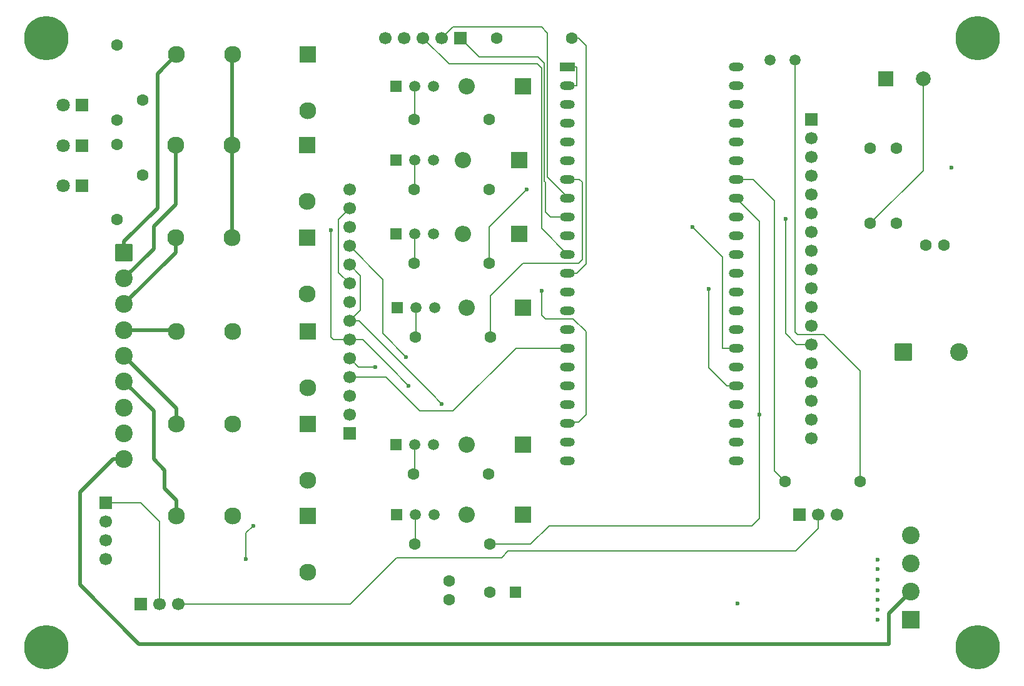
<source format=gbr>
%TF.GenerationSoftware,KiCad,Pcbnew,9.0.7-9.0.7~ubuntu22.04.1*%
%TF.CreationDate,2026-01-25T20:20:49-06:00*%
%TF.ProjectId,ESP32-DevKitC3-Simple-Thermostat-PCB,45535033-322d-4446-9576-4b697443332d,rev?*%
%TF.SameCoordinates,Original*%
%TF.FileFunction,Copper,L4,Bot*%
%TF.FilePolarity,Positive*%
%FSLAX46Y46*%
G04 Gerber Fmt 4.6, Leading zero omitted, Abs format (unit mm)*
G04 Created by KiCad (PCBNEW 9.0.7-9.0.7~ubuntu22.04.1) date 2026-01-25 20:20:49*
%MOMM*%
%LPD*%
G01*
G04 APERTURE LIST*
G04 Aperture macros list*
%AMRoundRect*
0 Rectangle with rounded corners*
0 $1 Rounding radius*
0 $2 $3 $4 $5 $6 $7 $8 $9 X,Y pos of 4 corners*
0 Add a 4 corners polygon primitive as box body*
4,1,4,$2,$3,$4,$5,$6,$7,$8,$9,$2,$3,0*
0 Add four circle primitives for the rounded corners*
1,1,$1+$1,$2,$3*
1,1,$1+$1,$4,$5*
1,1,$1+$1,$6,$7*
1,1,$1+$1,$8,$9*
0 Add four rect primitives between the rounded corners*
20,1,$1+$1,$2,$3,$4,$5,0*
20,1,$1+$1,$4,$5,$6,$7,0*
20,1,$1+$1,$6,$7,$8,$9,0*
20,1,$1+$1,$8,$9,$2,$3,0*%
G04 Aperture macros list end*
%TA.AperFunction,ComponentPad*%
%ADD10R,1.700000X1.700000*%
%TD*%
%TA.AperFunction,ComponentPad*%
%ADD11C,1.700000*%
%TD*%
%TA.AperFunction,ComponentPad*%
%ADD12C,1.600000*%
%TD*%
%TA.AperFunction,ComponentPad*%
%ADD13C,6.000000*%
%TD*%
%TA.AperFunction,ComponentPad*%
%ADD14R,2.300000X2.300000*%
%TD*%
%TA.AperFunction,ComponentPad*%
%ADD15C,2.300000*%
%TD*%
%TA.AperFunction,ComponentPad*%
%ADD16R,1.500000X1.500000*%
%TD*%
%TA.AperFunction,ComponentPad*%
%ADD17C,1.500000*%
%TD*%
%TA.AperFunction,ComponentPad*%
%ADD18R,1.800000X1.800000*%
%TD*%
%TA.AperFunction,ComponentPad*%
%ADD19C,1.800000*%
%TD*%
%TA.AperFunction,ComponentPad*%
%ADD20RoundRect,0.250001X-0.949999X0.949999X-0.949999X-0.949999X0.949999X-0.949999X0.949999X0.949999X0*%
%TD*%
%TA.AperFunction,ComponentPad*%
%ADD21C,2.400000*%
%TD*%
%TA.AperFunction,ComponentPad*%
%ADD22R,2.200000X2.200000*%
%TD*%
%TA.AperFunction,ComponentPad*%
%ADD23O,2.200000X2.200000*%
%TD*%
%TA.AperFunction,ComponentPad*%
%ADD24R,2.000000X2.000000*%
%TD*%
%TA.AperFunction,ComponentPad*%
%ADD25C,2.000000*%
%TD*%
%TA.AperFunction,ComponentPad*%
%ADD26RoundRect,0.250000X0.550000X0.550000X-0.550000X0.550000X-0.550000X-0.550000X0.550000X-0.550000X0*%
%TD*%
%TA.AperFunction,ComponentPad*%
%ADD27R,2.400000X2.400000*%
%TD*%
%TA.AperFunction,ComponentPad*%
%ADD28R,2.000000X1.200000*%
%TD*%
%TA.AperFunction,ComponentPad*%
%ADD29O,2.000000X1.200000*%
%TD*%
%TA.AperFunction,ComponentPad*%
%ADD30RoundRect,0.250001X-0.949999X-0.949999X0.949999X-0.949999X0.949999X0.949999X-0.949999X0.949999X0*%
%TD*%
%TA.AperFunction,ViaPad*%
%ADD31C,0.600000*%
%TD*%
%TA.AperFunction,Conductor*%
%ADD32C,0.200000*%
%TD*%
%TA.AperFunction,Conductor*%
%ADD33C,0.500000*%
%TD*%
G04 APERTURE END LIST*
D10*
%TO.P,J7,1*%
%TO.N,+5V*%
X37750000Y-108090000D03*
D11*
%TO.P,J7,2*%
%TO.N,Net-(J5-Pad1)*%
X40290000Y-108090000D03*
%TO.P,J7,3*%
%TO.N,3.3V*%
X42830000Y-108090000D03*
%TD*%
D12*
%TO.P,R11,1*%
%TO.N,Net-(D9-Pad2)*%
X34500000Y-56080000D03*
%TO.P,R11,2*%
%TO.N,LED_FAN*%
X34500000Y-45920000D03*
%TD*%
D13*
%TO.P,H3,1*%
%TO.N,GND*%
X151000000Y-114000000D03*
%TD*%
D12*
%TO.P,R10,1*%
%TO.N,GND*%
X85920000Y-31500000D03*
%TO.P,R10,2*%
%TO.N,LIGHT_SENS*%
X96080000Y-31500000D03*
%TD*%
D14*
%TO.P,K1,1*%
%TO.N,Net-(D1-A)*%
X60375000Y-33700000D03*
D15*
%TO.P,K1,2*%
%TO.N,RLY-C*%
X50215000Y-33700000D03*
%TO.P,K1,3*%
%TO.N,G*%
X42595000Y-33700000D03*
%TO.P,K1,5*%
%TO.N,+5V*%
X60375000Y-41320000D03*
%TD*%
D16*
%TO.P,Q3,1,E*%
%TO.N,GND*%
X72270000Y-58000000D03*
D17*
%TO.P,Q3,2,B*%
%TO.N,Net-(Q3-B)*%
X74810000Y-58000000D03*
%TO.P,Q3,3,C*%
%TO.N,Net-(D3-A)*%
X77350000Y-58000000D03*
%TD*%
D12*
%TO.P,R8,1*%
%TO.N,BUZZER*%
X140000000Y-56580000D03*
%TO.P,R8,2*%
%TO.N,Net-(Q7-G)*%
X140000000Y-46420000D03*
%TD*%
D18*
%TO.P,D10,1*%
%TO.N,GND*%
X29770000Y-46030000D03*
D19*
%TO.P,D10,2*%
%TO.N,Net-(D10-Pad2)*%
X27230000Y-46030000D03*
%TD*%
D14*
%TO.P,K6,1*%
%TO.N,Net-(D6-A)*%
X60375000Y-96200000D03*
D15*
%TO.P,K6,2*%
%TO.N,RLY-C*%
X50215000Y-96200000D03*
%TO.P,K6,3*%
%TO.N,PUMP*%
X42595000Y-96200000D03*
%TO.P,K6,5*%
%TO.N,+5V*%
X60375000Y-103820000D03*
%TD*%
D20*
%TO.P,J2,1*%
%TO.N,G*%
X35500000Y-60500000D03*
D21*
%TO.P,J2,2*%
%TO.N,W*%
X35500000Y-64000000D03*
%TO.P,J2,3*%
%TO.N,Y*%
X35500000Y-67500000D03*
%TO.P,J2,4*%
%TO.N,W2*%
X35500000Y-71000000D03*
%TO.P,J2,5*%
%TO.N,Y2*%
X35500000Y-74500000D03*
%TO.P,J2,6*%
%TO.N,PUMP*%
X35500000Y-78000000D03*
%TO.P,J2,7*%
%TO.N,RLY-C*%
X35500000Y-81500000D03*
%TO.P,J2,8*%
%TO.N,VAC-C*%
X35500000Y-85000000D03*
%TO.P,J2,9*%
%TO.N,VAC-R*%
X35500000Y-88500000D03*
%TD*%
D22*
%TO.P,D4,1,K*%
%TO.N,+5V*%
X89500000Y-68000000D03*
D23*
%TO.P,D4,2,A*%
%TO.N,Net-(D4-A)*%
X81880000Y-68000000D03*
%TD*%
D10*
%TO.P,J1,1*%
%TO.N,FAN_G_4*%
X128500000Y-42520000D03*
D11*
%TO.P,J1,2*%
%TO.N,+5V*%
X128500000Y-45060000D03*
%TO.P,J1,3*%
%TO.N,GND*%
X128500000Y-47600000D03*
%TO.P,J1,4*%
%TO.N,HEAT_W_5*%
X128500000Y-50140000D03*
%TO.P,J1,5*%
%TO.N,+5V*%
X128500000Y-52680000D03*
%TO.P,J1,6*%
%TO.N,GND*%
X128500000Y-55220000D03*
%TO.P,J1,7*%
%TO.N,COOL_Y_6*%
X128500000Y-57760000D03*
%TO.P,J1,8*%
%TO.N,+5V*%
X128500000Y-60300000D03*
%TO.P,J1,9*%
%TO.N,GND*%
X128500000Y-62840000D03*
%TO.P,J1,10*%
%TO.N,HEAT{slash}REV_W2_7*%
X128500000Y-65380000D03*
%TO.P,J1,11*%
%TO.N,+5V*%
X128500000Y-67920000D03*
%TO.P,J1,12*%
%TO.N,GND*%
X128500000Y-70460000D03*
%TO.P,J1,13*%
%TO.N,COOL-STAGE2_Y2_39*%
X128500000Y-73000000D03*
%TO.P,J1,14*%
%TO.N,+5V*%
X128500000Y-75540000D03*
%TO.P,J1,15*%
%TO.N,GND*%
X128500000Y-78080000D03*
%TO.P,J1,16*%
%TO.N,PUMP_40*%
X128500000Y-80620000D03*
%TO.P,J1,17*%
%TO.N,+5V*%
X128500000Y-83160000D03*
%TO.P,J1,18*%
%TO.N,GND*%
X128500000Y-85700000D03*
%TD*%
D13*
%TO.P,H2,1*%
%TO.N,GND*%
X25000000Y-114000000D03*
%TD*%
D18*
%TO.P,D11,1*%
%TO.N,GND*%
X29770000Y-40560000D03*
D19*
%TO.P,D11,2*%
%TO.N,Net-(D11-Pad2)*%
X27230000Y-40560000D03*
%TD*%
D12*
%TO.P,C6,1*%
%TO.N,GND*%
X146500000Y-59500000D03*
%TO.P,C6,2*%
%TO.N,Net-(D7-+)*%
X144000000Y-59500000D03*
%TD*%
%TO.P,R13,1*%
%TO.N,Net-(D10-Pad2)*%
X38000000Y-50080000D03*
%TO.P,R13,2*%
%TO.N,LED_HEAT*%
X38000000Y-39920000D03*
%TD*%
%TO.P,R7,1*%
%TO.N,DS18B20_41*%
X124920000Y-91500000D03*
%TO.P,R7,2*%
%TO.N,3.3V*%
X135080000Y-91500000D03*
%TD*%
D16*
%TO.P,Q4,1,E*%
%TO.N,GND*%
X72460000Y-68000000D03*
D17*
%TO.P,Q4,2,B*%
%TO.N,Net-(Q4-B)*%
X75000000Y-68000000D03*
%TO.P,Q4,3,C*%
%TO.N,Net-(D4-A)*%
X77540000Y-68000000D03*
%TD*%
D22*
%TO.P,D3,1,K*%
%TO.N,+5V*%
X89000000Y-58000000D03*
D23*
%TO.P,D3,2,A*%
%TO.N,Net-(D3-A)*%
X81380000Y-58000000D03*
%TD*%
D22*
%TO.P,D2,1,K*%
%TO.N,+5V*%
X89000000Y-48000000D03*
D23*
%TO.P,D2,2,A*%
%TO.N,Net-(D2-A)*%
X81380000Y-48000000D03*
%TD*%
D16*
%TO.P,Q5,1,E*%
%TO.N,GND*%
X72310000Y-86500000D03*
D17*
%TO.P,Q5,2,B*%
%TO.N,Net-(Q5-B)*%
X74850000Y-86500000D03*
%TO.P,Q5,3,C*%
%TO.N,Net-(D5-A)*%
X77390000Y-86500000D03*
%TD*%
D14*
%TO.P,K5,1*%
%TO.N,Net-(D5-A)*%
X60375000Y-83700000D03*
D15*
%TO.P,K5,2*%
%TO.N,RLY-C*%
X50215000Y-83700000D03*
%TO.P,K5,3*%
%TO.N,Y2*%
X42595000Y-83700000D03*
%TO.P,K5,5*%
%TO.N,+5V*%
X60375000Y-91320000D03*
%TD*%
D12*
%TO.P,R1,1*%
%TO.N,Net-(Q1-B)*%
X74730000Y-42500000D03*
%TO.P,R1,2*%
%TO.N,FAN_G_4*%
X84890000Y-42500000D03*
%TD*%
D22*
%TO.P,D5,1,K*%
%TO.N,+5V*%
X89500000Y-86500000D03*
D23*
%TO.P,D5,2,A*%
%TO.N,Net-(D5-A)*%
X81880000Y-86500000D03*
%TD*%
D24*
%TO.P,BZ1,1,-*%
%TO.N,+5V*%
X138629200Y-37000000D03*
D25*
%TO.P,BZ1,2,+*%
%TO.N,Net-(BZ1-+)*%
X143629200Y-37000000D03*
%TD*%
D14*
%TO.P,K2,1*%
%TO.N,Net-(D2-A)*%
X60280000Y-46000000D03*
D15*
%TO.P,K2,2*%
%TO.N,RLY-C*%
X50120000Y-46000000D03*
%TO.P,K2,3*%
%TO.N,W*%
X42500000Y-46000000D03*
%TO.P,K2,5*%
%TO.N,+5V*%
X60280000Y-53620000D03*
%TD*%
D12*
%TO.P,R6,1*%
%TO.N,Net-(Q6-B)*%
X74840000Y-100000000D03*
%TO.P,R6,2*%
%TO.N,PUMP_40*%
X85000000Y-100000000D03*
%TD*%
D13*
%TO.P,H1,1*%
%TO.N,GND*%
X25000000Y-31500000D03*
%TD*%
D12*
%TO.P,R5,1*%
%TO.N,Net-(Q5-B)*%
X74650000Y-90500000D03*
%TO.P,R5,2*%
%TO.N,COOL-STAGE2_Y2_39*%
X84810000Y-90500000D03*
%TD*%
%TO.P,R3,1*%
%TO.N,Net-(Q3-B)*%
X74730000Y-62000000D03*
%TO.P,R3,2*%
%TO.N,COOL_Y_6*%
X84890000Y-62000000D03*
%TD*%
D26*
%TO.P,C8,1*%
%TO.N,+5V*%
X88500000Y-106500000D03*
D12*
%TO.P,C8,2*%
%TO.N,GND*%
X85000000Y-106500000D03*
%TD*%
D27*
%TO.P,D7,1,+*%
%TO.N,Net-(D7-+)*%
X142000000Y-110200000D03*
D21*
%TO.P,D7,2,1*%
%TO.N,VAC-R*%
X142000000Y-106390000D03*
%TO.P,D7,3,2*%
%TO.N,VAC-C*%
X142000000Y-102580000D03*
%TO.P,D7,4,-*%
%TO.N,GND*%
X142000000Y-98770000D03*
%TD*%
D28*
%TO.P,U1,1,3V3*%
%TO.N,3.3V*%
X95500000Y-35360000D03*
D29*
%TO.P,U1,2,3V3*%
X95500000Y-37900000D03*
%TO.P,U1,3,CHIP_PU*%
%TO.N,unconnected-(U1-CHIP_PU-Pad3)*%
X95500000Y-40440000D03*
%TO.P,U1,4,GPIO4/ADC1_CH3*%
%TO.N,FAN_G_4*%
X95500000Y-42980000D03*
%TO.P,U1,5,GPIO5/ADC1_CH4*%
%TO.N,HEAT_W_5*%
X95500000Y-45520000D03*
%TO.P,U1,6,GPIO6/ADC1_CH5*%
%TO.N,COOL_Y_6*%
X95500000Y-48060000D03*
%TO.P,U1,7,GPIO7/ADC1_CH6*%
%TO.N,HEAT{slash}REV_W2_7*%
X95500000Y-50600000D03*
%TO.P,U1,8,GPIO15/ADC2_CH4/32K_P*%
%TO.N,LD_RX*%
X95500000Y-53140000D03*
%TO.P,U1,9,GPIO16/ADC2_CH5/32K_N*%
%TO.N,LD_TX*%
X95500000Y-55680000D03*
%TO.P,U1,10,GPIO17/ADC2_CH6*%
%TO.N,BUZZER*%
X95500000Y-58220000D03*
%TO.P,U1,11,GPIO18/ADC2_CH7*%
%TO.N,MOTION*%
X95500000Y-60760000D03*
%TO.P,U1,12,GPIO8/ADC1_CH7*%
%TO.N,LIGHT_SENS*%
X95500000Y-63300000D03*
%TO.P,U1,13,GPIO3/ADC1_CH2*%
%TO.N,unconnected-(U1-GPIO3{slash}ADC1_CH2-Pad13)*%
X95500000Y-65840000D03*
%TO.P,U1,14,GPIO46*%
%TO.N,unconnected-(U1-GPIO46-Pad14)*%
X95500000Y-68380000D03*
%TO.P,U1,15,GPIO9/ADC1_CH8*%
%TO.N,CS_9*%
X95500000Y-70920000D03*
%TO.P,U1,16,GPIO10/ADC1_CH9*%
%TO.N,TFT_REST*%
X95500000Y-73460000D03*
%TO.P,U1,17,GPIO11/ADC2_CH0*%
%TO.N,DC_11*%
X95500000Y-76000000D03*
%TO.P,U1,18,GPIO12/ADC2_CH1*%
%TO.N,MOSI_12*%
X95500000Y-78540000D03*
%TO.P,U1,19,GPIO13/ADC2_CH2*%
%TO.N,SCK_13*%
X95500000Y-81080000D03*
%TO.P,U1,20,GPIO14/ADC2_CH3*%
%TO.N,TFT_LED*%
X95496320Y-83617280D03*
%TO.P,U1,21,5V*%
%TO.N,+5V*%
X95496320Y-86157280D03*
%TO.P,U1,22,GND*%
%TO.N,GND*%
X95496320Y-88697280D03*
%TO.P,U1,23,GND*%
X118360000Y-88700000D03*
%TO.P,U1,24,GND*%
X118360000Y-86160000D03*
%TO.P,U1,25,GPIO19/USB_D-*%
%TO.N,unconnected-(U1-GPIO19{slash}USB_D--Pad25)*%
X118360000Y-83620000D03*
%TO.P,U1,26,GPIO20/USB_D+*%
%TO.N,unconnected-(U1-GPIO20{slash}USB_D+-Pad26)*%
X118360000Y-81080000D03*
%TO.P,U1,27,GPIO21*%
%TO.N,MISO_21*%
X118360000Y-78540000D03*
%TO.P,U1,28,GPIO47*%
%TO.N,T_CS_47*%
X118360000Y-76000000D03*
%TO.P,U1,29,GPIO48*%
%TO.N,TOUCH_IRQ*%
X118360000Y-73460000D03*
%TO.P,U1,30,GPIO45*%
%TO.N,unconnected-(U1-GPIO45-Pad30)*%
X118360000Y-70920000D03*
%TO.P,U1,31,GPIO0*%
%TO.N,unconnected-(U1-GPIO0-Pad31)*%
X118360000Y-68380000D03*
%TO.P,U1,32,GPIO35*%
%TO.N,SCL*%
X118360000Y-65840000D03*
%TO.P,U1,33,GPIO36*%
%TO.N,SDA*%
X118360000Y-63300000D03*
%TO.P,U1,34,GPIO37*%
%TO.N,LED_FAN*%
X118360000Y-60760000D03*
%TO.P,U1,35,GPIO38*%
%TO.N,LED_HEAT*%
X118360000Y-58220000D03*
%TO.P,U1,36,GPIO39/MTCK*%
%TO.N,COOL-STAGE2_Y2_39*%
X118360000Y-55680000D03*
%TO.P,U1,37,GPIO40/MTDO*%
%TO.N,PUMP_40*%
X118360000Y-53140000D03*
%TO.P,U1,38,GPIO41/MTDI*%
%TO.N,DS18B20_41*%
X118360000Y-50600000D03*
%TO.P,U1,39,GPIO42/MTMS*%
%TO.N,unconnected-(U1-GPIO42{slash}MTMS-Pad39)*%
X118360000Y-48060000D03*
%TO.P,U1,40,GPIO2/ADC1_CH1*%
%TO.N,LED_COOL*%
X118360000Y-45520000D03*
%TO.P,U1,41,GPIO1/ADC1_CH0*%
%TO.N,unconnected-(U1-GPIO1{slash}ADC1_CH0-Pad41)*%
X118360000Y-42980000D03*
%TO.P,U1,42,GPIO44/U0RXD*%
%TO.N,unconnected-(U1-GPIO44{slash}U0RXD-Pad42)*%
X118360000Y-40440000D03*
%TO.P,U1,43,GPIO43/U0TXD*%
%TO.N,unconnected-(U1-GPIO43{slash}U0TXD-Pad43)*%
X118360000Y-37900000D03*
%TO.P,U1,44,GND*%
%TO.N,GND*%
X118360000Y-35360000D03*
%TD*%
D16*
%TO.P,Q1,1,E*%
%TO.N,GND*%
X72270000Y-38000000D03*
D17*
%TO.P,Q1,2,B*%
%TO.N,Net-(Q1-B)*%
X74810000Y-38000000D03*
%TO.P,Q1,3,C*%
%TO.N,Net-(D1-A)*%
X77350000Y-38000000D03*
%TD*%
D22*
%TO.P,D1,1,K*%
%TO.N,+5V*%
X89500000Y-38000000D03*
D23*
%TO.P,D1,2,A*%
%TO.N,Net-(D1-A)*%
X81880000Y-38000000D03*
%TD*%
D16*
%TO.P,Q6,1,E*%
%TO.N,GND*%
X72380000Y-96000000D03*
D17*
%TO.P,Q6,2,B*%
%TO.N,Net-(Q6-B)*%
X74920000Y-96000000D03*
%TO.P,Q6,3,C*%
%TO.N,Net-(D6-A)*%
X77460000Y-96000000D03*
%TD*%
D10*
%TO.P,J3,1*%
%TO.N,DS18B20_41*%
X126920000Y-96000000D03*
D11*
%TO.P,J3,2*%
%TO.N,3.3V*%
X129460000Y-96000000D03*
%TO.P,J3,3*%
%TO.N,GND*%
X132000000Y-96000000D03*
%TD*%
D12*
%TO.P,R9,1*%
%TO.N,Net-(BZ1-+)*%
X136500000Y-56580000D03*
%TO.P,R9,2*%
%TO.N,+5V*%
X136500000Y-46420000D03*
%TD*%
D22*
%TO.P,D6,1,K*%
%TO.N,+5V*%
X89500000Y-96000000D03*
D23*
%TO.P,D6,2,A*%
%TO.N,Net-(D6-A)*%
X81880000Y-96000000D03*
%TD*%
D12*
%TO.P,R14,1*%
%TO.N,Net-(D11-Pad2)*%
X34500000Y-42580000D03*
%TO.P,R14,2*%
%TO.N,LED_COOL*%
X34500000Y-32420000D03*
%TD*%
%TO.P,R2,1*%
%TO.N,Net-(Q2-B)*%
X74730000Y-52000000D03*
%TO.P,R2,2*%
%TO.N,HEAT_W_5*%
X84890000Y-52000000D03*
%TD*%
D14*
%TO.P,K4,1*%
%TO.N,Net-(D4-A)*%
X60375000Y-71200000D03*
D15*
%TO.P,K4,2*%
%TO.N,RLY-C*%
X50215000Y-71200000D03*
%TO.P,K4,3*%
%TO.N,W2*%
X42595000Y-71200000D03*
%TO.P,K4,5*%
%TO.N,+5V*%
X60375000Y-78820000D03*
%TD*%
D14*
%TO.P,K3,1*%
%TO.N,Net-(D3-A)*%
X60280000Y-58500000D03*
D15*
%TO.P,K3,2*%
%TO.N,RLY-C*%
X50120000Y-58500000D03*
%TO.P,K3,3*%
%TO.N,Y*%
X42500000Y-58500000D03*
%TO.P,K3,5*%
%TO.N,+5V*%
X60280000Y-66120000D03*
%TD*%
D12*
%TO.P,C9,1*%
%TO.N,+5V*%
X79500000Y-107500000D03*
%TO.P,C9,2*%
%TO.N,GND*%
X79500000Y-105000000D03*
%TD*%
D16*
%TO.P,Q2,1,E*%
%TO.N,GND*%
X72270000Y-48000000D03*
D17*
%TO.P,Q2,2,B*%
%TO.N,Net-(Q2-B)*%
X74810000Y-48000000D03*
%TO.P,Q2,3,C*%
%TO.N,Net-(D2-A)*%
X77350000Y-48000000D03*
%TD*%
D13*
%TO.P,H4,1*%
%TO.N,GND*%
X151000000Y-31500000D03*
%TD*%
D12*
%TO.P,R4,1*%
%TO.N,Net-(Q4-B)*%
X74920000Y-72000000D03*
%TO.P,R4,2*%
%TO.N,HEAT{slash}REV_W2_7*%
X85080000Y-72000000D03*
%TD*%
D30*
%TO.P,C5,1*%
%TO.N,Net-(D7-+)*%
X140987200Y-74000000D03*
D21*
%TO.P,C5,2*%
%TO.N,GND*%
X148487200Y-74000000D03*
%TD*%
D18*
%TO.P,D9,1*%
%TO.N,GND*%
X29770000Y-51500000D03*
D19*
%TO.P,D9,2*%
%TO.N,Net-(D9-Pad2)*%
X27230000Y-51500000D03*
%TD*%
D10*
%TO.P,J4,1*%
%TO.N,+5V*%
X66000000Y-85040000D03*
D11*
%TO.P,J4,2*%
%TO.N,GND*%
X66000000Y-82500000D03*
%TO.P,J4,3*%
%TO.N,CS_9*%
X66000000Y-79960000D03*
%TO.P,J4,4*%
%TO.N,TFT_REST*%
X66000000Y-77420000D03*
%TO.P,J4,5*%
%TO.N,DC_11*%
X66000000Y-74880000D03*
%TO.P,J4,6*%
%TO.N,MOSI_12*%
X66000000Y-72340000D03*
%TO.P,J4,7*%
%TO.N,SCK_13*%
X66000000Y-69800000D03*
%TO.P,J4,8*%
%TO.N,TFT_LED*%
X66000000Y-67260000D03*
%TO.P,J4,9*%
%TO.N,MISO_21*%
X66000000Y-64720000D03*
%TO.P,J4,10*%
%TO.N,SCK_13*%
X66000000Y-62180000D03*
%TO.P,J4,11*%
%TO.N,T_CS_47*%
X66000000Y-59640000D03*
%TO.P,J4,12*%
%TO.N,MOSI_12*%
X66000000Y-57100000D03*
%TO.P,J4,13*%
%TO.N,MISO_21*%
X66000000Y-54560000D03*
%TO.P,J4,14*%
%TO.N,TOUCH_IRQ*%
X66000000Y-52020000D03*
%TD*%
D10*
%TO.P,J6,1,TX*%
%TO.N,LD_TX*%
X81040000Y-31500000D03*
D11*
%TO.P,J6,2,RX*%
%TO.N,LD_RX*%
X78500000Y-31500000D03*
%TO.P,J6,3,OUT*%
%TO.N,MOTION*%
X75960000Y-31500000D03*
%TO.P,J6,4,GND*%
%TO.N,GND*%
X73420000Y-31500000D03*
%TO.P,J6,5,VCC*%
%TO.N,+5V*%
X70880000Y-31500000D03*
%TD*%
D17*
%TO.P,R12,1*%
%TO.N,3.3V*%
X126300000Y-34500000D03*
%TO.P,R12,2*%
%TO.N,LIGHT_SENS*%
X122900000Y-34500000D03*
%TD*%
D10*
%TO.P,J5,1*%
%TO.N,Net-(J5-Pad1)*%
X33000000Y-94420000D03*
D11*
%TO.P,J5,2*%
%TO.N,GND*%
X33000000Y-96960000D03*
%TO.P,J5,3*%
%TO.N,SCL*%
X33000000Y-99500000D03*
%TO.P,J5,4*%
%TO.N,SDA*%
X33000000Y-102040000D03*
%TD*%
D31*
%TO.N,GND*%
X137460000Y-110240000D03*
X137460000Y-108900000D03*
X137460000Y-107550000D03*
X137510000Y-102140000D03*
X137510000Y-103400000D03*
X137490000Y-104780000D03*
X137460000Y-106230000D03*
X147500000Y-49000000D03*
%TO.N,+5V*%
X118500000Y-108000000D03*
%TO.N,COOL_Y_6*%
X90000000Y-52000000D03*
%TO.N,COOL-STAGE2_Y2_39*%
X125000000Y-56000000D03*
%TO.N,PUMP_40*%
X121500000Y-82500000D03*
%TO.N,MOSI_12*%
X63500000Y-57500000D03*
X74000000Y-78540000D03*
%TO.N,TOUCH_IRQ*%
X112430000Y-57070000D03*
%TO.N,DC_11*%
X69500000Y-76000000D03*
%TO.N,MISO_21*%
X114604500Y-65482500D03*
%TO.N,SCK_13*%
X78500000Y-81022500D03*
%TO.N,TFT_LED*%
X92000000Y-65737800D03*
%TO.N,SDA*%
X53000000Y-97500000D03*
X52000000Y-102000000D03*
%TO.N,T_CS_47*%
X73650000Y-74650000D03*
%TD*%
D32*
%TO.N,3.3V*%
X129460000Y-96000000D02*
X129460000Y-97870000D01*
X129460000Y-97870000D02*
X126400000Y-100930000D01*
X126400000Y-100930000D02*
X87450000Y-100930000D01*
X87450000Y-100930000D02*
X86560000Y-101820000D01*
X72375050Y-101820000D02*
X66105050Y-108090000D01*
X66105050Y-108090000D02*
X42830000Y-108090000D01*
X86560000Y-101820000D02*
X72375050Y-101820000D01*
%TO.N,Net-(J5-Pad1)*%
X40290000Y-108090000D02*
X40290000Y-96960000D01*
X40290000Y-96960000D02*
X37750000Y-94420000D01*
X37750000Y-94420000D02*
X33000000Y-94420000D01*
%TO.N,3.3V*%
X95500000Y-37900000D02*
X96801700Y-37900000D01*
X135080000Y-91500000D02*
X135080000Y-76580000D01*
X135080000Y-76580000D02*
X130166700Y-71666700D01*
X96801700Y-35360000D02*
X96801700Y-37900000D01*
X126666700Y-71666700D02*
X126300000Y-71300000D01*
X130166700Y-71666700D02*
X126666700Y-71666700D01*
X126300000Y-71300000D02*
X126300000Y-34500000D01*
X95500000Y-35360000D02*
X96801700Y-35360000D01*
D33*
%TO.N,VAC-R*%
X34000000Y-88500000D02*
X35500000Y-88500000D01*
X142000000Y-106390000D02*
X139000000Y-109390000D01*
X29500000Y-105500000D02*
X29500000Y-93000000D01*
X139000000Y-109390000D02*
X139000000Y-113500000D01*
X29500000Y-93000000D02*
X34000000Y-88500000D01*
X139000000Y-113500000D02*
X37500000Y-113500000D01*
X37500000Y-113500000D02*
X29500000Y-105500000D01*
%TO.N,W2*%
X35500000Y-71000000D02*
X42395000Y-71000000D01*
%TO.N,W*%
X35500000Y-64000000D02*
X39500000Y-60000000D01*
X42500000Y-54000000D02*
X42500000Y-46000000D01*
X39500000Y-57000000D02*
X42500000Y-54000000D01*
X39500000Y-60000000D02*
X39500000Y-57000000D01*
%TO.N,PUMP*%
X35500000Y-78000000D02*
X39500000Y-82000000D01*
X39500000Y-82000000D02*
X39500000Y-88500000D01*
X41000000Y-92500000D02*
X42595000Y-94095000D01*
X39500000Y-88500000D02*
X41000000Y-90000000D01*
X42595000Y-94095000D02*
X42595000Y-96200000D01*
X41000000Y-90000000D02*
X41000000Y-92500000D01*
%TO.N,Y*%
X35500000Y-67500000D02*
X42500000Y-60500000D01*
X42500000Y-60500000D02*
X42500000Y-58500000D01*
%TO.N,G*%
X35500000Y-59000000D02*
X40000000Y-54500000D01*
X35500000Y-60500000D02*
X35500000Y-59000000D01*
X40000000Y-36295000D02*
X42595000Y-33700000D01*
X40000000Y-54500000D02*
X40000000Y-36295000D01*
%TO.N,Y2*%
X42595000Y-81595000D02*
X42595000Y-83700000D01*
X35500000Y-74500000D02*
X42595000Y-81595000D01*
%TO.N,RLY-C*%
X50120000Y-58500000D02*
X50120000Y-46000000D01*
X50120000Y-46000000D02*
X50120000Y-33795000D01*
X50120000Y-33795000D02*
X50215000Y-33700000D01*
D32*
%TO.N,Net-(Q1-B)*%
X74810000Y-42420000D02*
X74730000Y-42500000D01*
X74810000Y-38000000D02*
X74810000Y-42420000D01*
%TO.N,Net-(Q2-B)*%
X74810000Y-51920000D02*
X74810000Y-48000000D01*
X74730000Y-52000000D02*
X74810000Y-51920000D01*
%TO.N,Net-(Q3-B)*%
X74810000Y-61920000D02*
X74810000Y-58000000D01*
X74730000Y-62000000D02*
X74810000Y-61920000D01*
%TO.N,Net-(Q4-B)*%
X74920000Y-72000000D02*
X75000000Y-71920000D01*
X75000000Y-71920000D02*
X75000000Y-68000000D01*
%TO.N,Net-(Q5-B)*%
X74850000Y-90300000D02*
X74850000Y-86500000D01*
X74650000Y-90500000D02*
X74850000Y-90300000D01*
%TO.N,Net-(Q6-B)*%
X74920000Y-99920000D02*
X74920000Y-96000000D01*
X74840000Y-100000000D02*
X74920000Y-99920000D01*
%TO.N,Net-(BZ1-+)*%
X143629000Y-44063800D02*
X143629000Y-49450800D01*
X143629200Y-37000000D02*
X143629200Y-44063600D01*
X143629000Y-49450800D02*
X136500000Y-56580000D01*
X143629000Y-37000000D02*
X143629000Y-44063800D01*
X143629200Y-44063600D02*
X143629000Y-44063800D01*
%TO.N,COOL_Y_6*%
X84890000Y-57110000D02*
X84890000Y-62000000D01*
X90000000Y-52000000D02*
X84890000Y-57110000D01*
%TO.N,HEAT{slash}REV_W2_7*%
X97500000Y-61500000D02*
X97000000Y-62000000D01*
X85080000Y-66420000D02*
X85080000Y-72000000D01*
X97500000Y-51000000D02*
X97500000Y-61500000D01*
X97000000Y-62000000D02*
X89500000Y-62000000D01*
X89500000Y-62000000D02*
X85080000Y-66420000D01*
X97100000Y-50600000D02*
X97500000Y-51000000D01*
X95500000Y-50600000D02*
X97100000Y-50600000D01*
%TO.N,COOL-STAGE2_Y2_39*%
X125000000Y-71500000D02*
X126500000Y-73000000D01*
X126500000Y-73000000D02*
X128500000Y-73000000D01*
X125000000Y-56000000D02*
X125000000Y-71500000D01*
%TO.N,PUMP_40*%
X120500000Y-97500000D02*
X93000000Y-97500000D01*
X121500000Y-96500000D02*
X120500000Y-97500000D01*
X121500000Y-56280000D02*
X121500000Y-82500000D01*
X118360000Y-53140000D02*
X121500000Y-56280000D01*
X93000000Y-97500000D02*
X90500000Y-100000000D01*
X121500000Y-82500000D02*
X121500000Y-96500000D01*
X90500000Y-100000000D02*
X85000000Y-100000000D01*
%TO.N,DS18B20_41*%
X123500000Y-53500000D02*
X123500000Y-90080000D01*
X123500000Y-90080000D02*
X124920000Y-91500000D01*
X120600000Y-50600000D02*
X123500000Y-53500000D01*
X118360000Y-50600000D02*
X120600000Y-50600000D01*
%TO.N,MOSI_12*%
X74000000Y-78540000D02*
X71500000Y-76040000D01*
X67840000Y-72340000D02*
X66000000Y-72340000D01*
X63840000Y-72340000D02*
X63500000Y-72000000D01*
X71500000Y-76040000D02*
X71500000Y-76000000D01*
X66000000Y-72340000D02*
X63840000Y-72340000D01*
X71500000Y-76000000D02*
X67840000Y-72340000D01*
X63500000Y-72000000D02*
X63500000Y-57500000D01*
%TO.N,TOUCH_IRQ*%
X112430000Y-57070000D02*
X116500000Y-61140000D01*
X116500000Y-61140000D02*
X116500000Y-73460000D01*
X116500000Y-73460000D02*
X118360000Y-73460000D01*
%TO.N,DC_11*%
X67230700Y-76000000D02*
X66110700Y-74880000D01*
X66110700Y-74880000D02*
X66000000Y-74880000D01*
X69500000Y-76000000D02*
X67230700Y-76000000D01*
%TO.N,MISO_21*%
X118360000Y-78540000D02*
X117058300Y-78540000D01*
X66000000Y-54560000D02*
X64500000Y-56060000D01*
X64500000Y-63220000D02*
X66000000Y-64720000D01*
X114604500Y-76086200D02*
X117058300Y-78540000D01*
X114604500Y-65482500D02*
X114604500Y-76086200D01*
X64500000Y-56060000D02*
X64500000Y-63220000D01*
%TO.N,SCK_13*%
X66000000Y-62180000D02*
X67500000Y-63680000D01*
X67500000Y-63680000D02*
X67500000Y-68300000D01*
X77000000Y-79522500D02*
X77000000Y-79500000D01*
X67300000Y-69800000D02*
X66000000Y-69800000D01*
X67500000Y-68300000D02*
X66000000Y-69800000D01*
X78500000Y-81022500D02*
X77000000Y-79522500D01*
X77000000Y-79500000D02*
X67300000Y-69800000D01*
%TO.N,TFT_LED*%
X95379000Y-83500000D02*
X95496300Y-83617300D01*
X98000000Y-71207800D02*
X98000000Y-82500000D01*
X92500000Y-69500000D02*
X96292200Y-69500000D01*
X96292200Y-69500000D02*
X98000000Y-71207800D01*
X97000000Y-83500000D02*
X95379000Y-83500000D01*
X92000000Y-65737800D02*
X92000000Y-69000000D01*
X92000000Y-69000000D02*
X92500000Y-69500000D01*
X98000000Y-82500000D02*
X97000000Y-83500000D01*
%TO.N,SDA*%
X52000000Y-98500000D02*
X53000000Y-97500000D01*
X52000000Y-102000000D02*
X52000000Y-98500000D01*
%TO.N,LIGHT_SENS*%
X98000000Y-32500000D02*
X97000000Y-31500000D01*
X97000000Y-31500000D02*
X96080000Y-31500000D01*
X96801700Y-63300000D02*
X98000000Y-62101700D01*
X95500000Y-63300000D02*
X96801700Y-63300000D01*
X98000000Y-62101700D02*
X98000000Y-32500000D01*
%TO.N,TFT_REST*%
X95500000Y-73460000D02*
X88540000Y-73460000D01*
X80000000Y-82000000D02*
X75500000Y-82000000D01*
X88540000Y-73460000D02*
X80000000Y-82000000D01*
X75500000Y-82000000D02*
X70920000Y-77420000D01*
X70920000Y-77420000D02*
X66000000Y-77420000D01*
%TO.N,T_CS_47*%
X70500000Y-71500000D02*
X70500000Y-64140000D01*
X73650000Y-74650000D02*
X70500000Y-71500000D01*
X70500000Y-64140000D02*
X66000000Y-59640000D01*
%TO.N,LD_RX*%
X80000000Y-30000000D02*
X92000000Y-30000000D01*
X92000000Y-30000000D02*
X92823800Y-30823800D01*
X95500000Y-53000000D02*
X95500000Y-53140000D01*
X92823800Y-30823800D02*
X92823800Y-50323800D01*
X92823800Y-50323800D02*
X95500000Y-53000000D01*
X78500000Y-31500000D02*
X80000000Y-30000000D01*
%TO.N,LD_TX*%
X91500000Y-34000000D02*
X92380800Y-34880800D01*
X81040000Y-31500000D02*
X83540000Y-34000000D01*
X92500000Y-55000000D02*
X93180000Y-55680000D01*
X93180000Y-55680000D02*
X95500000Y-55680000D01*
X83540000Y-34000000D02*
X91500000Y-34000000D01*
X92380800Y-50880800D02*
X92500000Y-51000000D01*
X92500000Y-51000000D02*
X92500000Y-55000000D01*
X92380800Y-34880800D02*
X92380800Y-50880800D01*
%TO.N,MOTION*%
X91979800Y-57239800D02*
X91979800Y-35500000D01*
X91459600Y-35000000D02*
X79460000Y-35000000D01*
X79460000Y-35000000D02*
X75960000Y-31500000D01*
X95500000Y-60760000D02*
X91979800Y-57239800D01*
X91959600Y-35500000D02*
X91459600Y-35000000D01*
X91979800Y-35500000D02*
X91959600Y-35500000D01*
%TD*%
M02*

</source>
